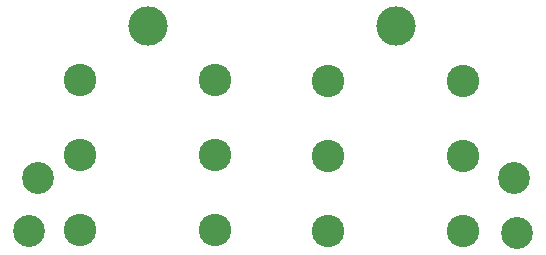
<source format=gbs>
G04 EAGLE Gerber RS-274X export*
G75*
%MOMM*%
%FSLAX34Y34*%
%LPD*%
%INBottom Solder Mask*%
%IPPOS*%
%AMOC8*
5,1,8,0,0,1.08239X$1,22.5*%
G01*
%ADD10C,2.743200*%
%ADD11C,3.327400*%
%ADD12C,2.703200*%


D10*
X623500Y437000D03*
X623500Y500500D03*
X623500Y564000D03*
X509454Y437000D03*
X509454Y500500D03*
X509454Y564000D03*
D11*
X566604Y610228D03*
D10*
X413600Y437300D03*
X413600Y500800D03*
X413600Y564300D03*
X299554Y437300D03*
X299554Y500800D03*
X299554Y564300D03*
D11*
X356704Y610528D03*
D12*
X667000Y481500D03*
X263500Y481500D03*
X669500Y435000D03*
X256250Y436250D03*
M02*

</source>
